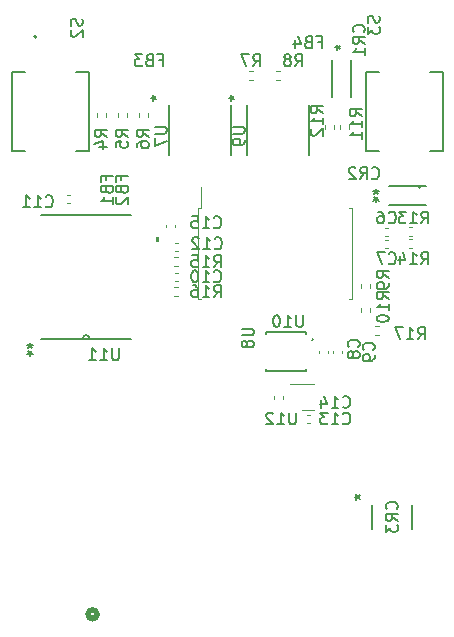
<source format=gbr>
%TF.GenerationSoftware,KiCad,Pcbnew,7.0.5*%
%TF.CreationDate,2023-06-16T17:12:54-04:00*%
%TF.ProjectId,ESP32Sensor-Sensor_board,45535033-3253-4656-9e73-6f722d53656e,rev?*%
%TF.SameCoordinates,Original*%
%TF.FileFunction,Legend,Bot*%
%TF.FilePolarity,Positive*%
%FSLAX46Y46*%
G04 Gerber Fmt 4.6, Leading zero omitted, Abs format (unit mm)*
G04 Created by KiCad (PCBNEW 7.0.5) date 2023-06-16 17:12:54*
%MOMM*%
%LPD*%
G01*
G04 APERTURE LIST*
%ADD10C,0.150000*%
%ADD11C,0.508000*%
%ADD12C,0.127000*%
%ADD13C,0.200000*%
%ADD14C,0.120000*%
%ADD15C,0.152400*%
G04 APERTURE END LIST*
D10*
%TO.C,FB1*%
X-10228990Y-19740666D02*
X-10228990Y-19407333D01*
X-9705180Y-19407333D02*
X-10705180Y-19407333D01*
X-10705180Y-19407333D02*
X-10705180Y-19883523D01*
X-10228990Y-20597809D02*
X-10181371Y-20740666D01*
X-10181371Y-20740666D02*
X-10133752Y-20788285D01*
X-10133752Y-20788285D02*
X-10038514Y-20835904D01*
X-10038514Y-20835904D02*
X-9895657Y-20835904D01*
X-9895657Y-20835904D02*
X-9800419Y-20788285D01*
X-9800419Y-20788285D02*
X-9752800Y-20740666D01*
X-9752800Y-20740666D02*
X-9705180Y-20645428D01*
X-9705180Y-20645428D02*
X-9705180Y-20264476D01*
X-9705180Y-20264476D02*
X-10705180Y-20264476D01*
X-10705180Y-20264476D02*
X-10705180Y-20597809D01*
X-10705180Y-20597809D02*
X-10657561Y-20693047D01*
X-10657561Y-20693047D02*
X-10609942Y-20740666D01*
X-10609942Y-20740666D02*
X-10514704Y-20788285D01*
X-10514704Y-20788285D02*
X-10419466Y-20788285D01*
X-10419466Y-20788285D02*
X-10324228Y-20740666D01*
X-10324228Y-20740666D02*
X-10276609Y-20693047D01*
X-10276609Y-20693047D02*
X-10228990Y-20597809D01*
X-10228990Y-20597809D02*
X-10228990Y-20264476D01*
X-9705180Y-21788285D02*
X-9705180Y-21216857D01*
X-9705180Y-21502571D02*
X-10705180Y-21502571D01*
X-10705180Y-21502571D02*
X-10562323Y-21407333D01*
X-10562323Y-21407333D02*
X-10467085Y-21312095D01*
X-10467085Y-21312095D02*
X-10419466Y-21216857D01*
%TO.C,S3*%
X12853200Y-5842095D02*
X12900819Y-5984952D01*
X12900819Y-5984952D02*
X12900819Y-6223047D01*
X12900819Y-6223047D02*
X12853200Y-6318285D01*
X12853200Y-6318285D02*
X12805580Y-6365904D01*
X12805580Y-6365904D02*
X12710342Y-6413523D01*
X12710342Y-6413523D02*
X12615104Y-6413523D01*
X12615104Y-6413523D02*
X12519866Y-6365904D01*
X12519866Y-6365904D02*
X12472247Y-6318285D01*
X12472247Y-6318285D02*
X12424628Y-6223047D01*
X12424628Y-6223047D02*
X12377009Y-6032571D01*
X12377009Y-6032571D02*
X12329390Y-5937333D01*
X12329390Y-5937333D02*
X12281771Y-5889714D01*
X12281771Y-5889714D02*
X12186533Y-5842095D01*
X12186533Y-5842095D02*
X12091295Y-5842095D01*
X12091295Y-5842095D02*
X11996057Y-5889714D01*
X11996057Y-5889714D02*
X11948438Y-5937333D01*
X11948438Y-5937333D02*
X11900819Y-6032571D01*
X11900819Y-6032571D02*
X11900819Y-6270666D01*
X11900819Y-6270666D02*
X11948438Y-6413523D01*
X11900819Y-6746857D02*
X11900819Y-7365904D01*
X11900819Y-7365904D02*
X12281771Y-7032571D01*
X12281771Y-7032571D02*
X12281771Y-7175428D01*
X12281771Y-7175428D02*
X12329390Y-7270666D01*
X12329390Y-7270666D02*
X12377009Y-7318285D01*
X12377009Y-7318285D02*
X12472247Y-7365904D01*
X12472247Y-7365904D02*
X12710342Y-7365904D01*
X12710342Y-7365904D02*
X12805580Y-7318285D01*
X12805580Y-7318285D02*
X12853200Y-7270666D01*
X12853200Y-7270666D02*
X12900819Y-7175428D01*
X12900819Y-7175428D02*
X12900819Y-6889714D01*
X12900819Y-6889714D02*
X12853200Y-6794476D01*
X12853200Y-6794476D02*
X12805580Y-6746857D01*
%TO.C,R10*%
X13662819Y-29837142D02*
X13186628Y-29503809D01*
X13662819Y-29265714D02*
X12662819Y-29265714D01*
X12662819Y-29265714D02*
X12662819Y-29646666D01*
X12662819Y-29646666D02*
X12710438Y-29741904D01*
X12710438Y-29741904D02*
X12758057Y-29789523D01*
X12758057Y-29789523D02*
X12853295Y-29837142D01*
X12853295Y-29837142D02*
X12996152Y-29837142D01*
X12996152Y-29837142D02*
X13091390Y-29789523D01*
X13091390Y-29789523D02*
X13139009Y-29741904D01*
X13139009Y-29741904D02*
X13186628Y-29646666D01*
X13186628Y-29646666D02*
X13186628Y-29265714D01*
X13662819Y-30789523D02*
X13662819Y-30218095D01*
X13662819Y-30503809D02*
X12662819Y-30503809D01*
X12662819Y-30503809D02*
X12805676Y-30408571D01*
X12805676Y-30408571D02*
X12900914Y-30313333D01*
X12900914Y-30313333D02*
X12948533Y-30218095D01*
X12662819Y-31408571D02*
X12662819Y-31503809D01*
X12662819Y-31503809D02*
X12710438Y-31599047D01*
X12710438Y-31599047D02*
X12758057Y-31646666D01*
X12758057Y-31646666D02*
X12853295Y-31694285D01*
X12853295Y-31694285D02*
X13043771Y-31741904D01*
X13043771Y-31741904D02*
X13281866Y-31741904D01*
X13281866Y-31741904D02*
X13472342Y-31694285D01*
X13472342Y-31694285D02*
X13567580Y-31646666D01*
X13567580Y-31646666D02*
X13615200Y-31599047D01*
X13615200Y-31599047D02*
X13662819Y-31503809D01*
X13662819Y-31503809D02*
X13662819Y-31408571D01*
X13662819Y-31408571D02*
X13615200Y-31313333D01*
X13615200Y-31313333D02*
X13567580Y-31265714D01*
X13567580Y-31265714D02*
X13472342Y-31218095D01*
X13472342Y-31218095D02*
X13281866Y-31170476D01*
X13281866Y-31170476D02*
X13043771Y-31170476D01*
X13043771Y-31170476D02*
X12853295Y-31218095D01*
X12853295Y-31218095D02*
X12758057Y-31265714D01*
X12758057Y-31265714D02*
X12710438Y-31313333D01*
X12710438Y-31313333D02*
X12662819Y-31408571D01*
%TO.C,R8*%
X5754666Y-10106819D02*
X6087999Y-9630628D01*
X6326094Y-10106819D02*
X6326094Y-9106819D01*
X6326094Y-9106819D02*
X5945142Y-9106819D01*
X5945142Y-9106819D02*
X5849904Y-9154438D01*
X5849904Y-9154438D02*
X5802285Y-9202057D01*
X5802285Y-9202057D02*
X5754666Y-9297295D01*
X5754666Y-9297295D02*
X5754666Y-9440152D01*
X5754666Y-9440152D02*
X5802285Y-9535390D01*
X5802285Y-9535390D02*
X5849904Y-9583009D01*
X5849904Y-9583009D02*
X5945142Y-9630628D01*
X5945142Y-9630628D02*
X6326094Y-9630628D01*
X5183237Y-9535390D02*
X5278475Y-9487771D01*
X5278475Y-9487771D02*
X5326094Y-9440152D01*
X5326094Y-9440152D02*
X5373713Y-9344914D01*
X5373713Y-9344914D02*
X5373713Y-9297295D01*
X5373713Y-9297295D02*
X5326094Y-9202057D01*
X5326094Y-9202057D02*
X5278475Y-9154438D01*
X5278475Y-9154438D02*
X5183237Y-9106819D01*
X5183237Y-9106819D02*
X4992761Y-9106819D01*
X4992761Y-9106819D02*
X4897523Y-9154438D01*
X4897523Y-9154438D02*
X4849904Y-9202057D01*
X4849904Y-9202057D02*
X4802285Y-9297295D01*
X4802285Y-9297295D02*
X4802285Y-9344914D01*
X4802285Y-9344914D02*
X4849904Y-9440152D01*
X4849904Y-9440152D02*
X4897523Y-9487771D01*
X4897523Y-9487771D02*
X4992761Y-9535390D01*
X4992761Y-9535390D02*
X5183237Y-9535390D01*
X5183237Y-9535390D02*
X5278475Y-9583009D01*
X5278475Y-9583009D02*
X5326094Y-9630628D01*
X5326094Y-9630628D02*
X5373713Y-9725866D01*
X5373713Y-9725866D02*
X5373713Y-9916342D01*
X5373713Y-9916342D02*
X5326094Y-10011580D01*
X5326094Y-10011580D02*
X5278475Y-10059200D01*
X5278475Y-10059200D02*
X5183237Y-10106819D01*
X5183237Y-10106819D02*
X4992761Y-10106819D01*
X4992761Y-10106819D02*
X4897523Y-10059200D01*
X4897523Y-10059200D02*
X4849904Y-10011580D01*
X4849904Y-10011580D02*
X4802285Y-9916342D01*
X4802285Y-9916342D02*
X4802285Y-9725866D01*
X4802285Y-9725866D02*
X4849904Y-9630628D01*
X4849904Y-9630628D02*
X4897523Y-9583009D01*
X4897523Y-9583009D02*
X4992761Y-9535390D01*
%TO.C,FB3*%
X-5770666Y-9583009D02*
X-5437333Y-9583009D01*
X-5437333Y-10106819D02*
X-5437333Y-9106819D01*
X-5437333Y-9106819D02*
X-5913523Y-9106819D01*
X-6627809Y-9583009D02*
X-6770666Y-9630628D01*
X-6770666Y-9630628D02*
X-6818285Y-9678247D01*
X-6818285Y-9678247D02*
X-6865904Y-9773485D01*
X-6865904Y-9773485D02*
X-6865904Y-9916342D01*
X-6865904Y-9916342D02*
X-6818285Y-10011580D01*
X-6818285Y-10011580D02*
X-6770666Y-10059200D01*
X-6770666Y-10059200D02*
X-6675428Y-10106819D01*
X-6675428Y-10106819D02*
X-6294476Y-10106819D01*
X-6294476Y-10106819D02*
X-6294476Y-9106819D01*
X-6294476Y-9106819D02*
X-6627809Y-9106819D01*
X-6627809Y-9106819D02*
X-6723047Y-9154438D01*
X-6723047Y-9154438D02*
X-6770666Y-9202057D01*
X-6770666Y-9202057D02*
X-6818285Y-9297295D01*
X-6818285Y-9297295D02*
X-6818285Y-9392533D01*
X-6818285Y-9392533D02*
X-6770666Y-9487771D01*
X-6770666Y-9487771D02*
X-6723047Y-9535390D01*
X-6723047Y-9535390D02*
X-6627809Y-9583009D01*
X-6627809Y-9583009D02*
X-6294476Y-9583009D01*
X-7199238Y-9106819D02*
X-7818285Y-9106819D01*
X-7818285Y-9106819D02*
X-7484952Y-9487771D01*
X-7484952Y-9487771D02*
X-7627809Y-9487771D01*
X-7627809Y-9487771D02*
X-7723047Y-9535390D01*
X-7723047Y-9535390D02*
X-7770666Y-9583009D01*
X-7770666Y-9583009D02*
X-7818285Y-9678247D01*
X-7818285Y-9678247D02*
X-7818285Y-9916342D01*
X-7818285Y-9916342D02*
X-7770666Y-10011580D01*
X-7770666Y-10011580D02*
X-7723047Y-10059200D01*
X-7723047Y-10059200D02*
X-7627809Y-10106819D01*
X-7627809Y-10106819D02*
X-7342095Y-10106819D01*
X-7342095Y-10106819D02*
X-7246857Y-10059200D01*
X-7246857Y-10059200D02*
X-7199238Y-10011580D01*
%TO.C,C8*%
X11103780Y-33869333D02*
X11151400Y-33821714D01*
X11151400Y-33821714D02*
X11199019Y-33678857D01*
X11199019Y-33678857D02*
X11199019Y-33583619D01*
X11199019Y-33583619D02*
X11151400Y-33440762D01*
X11151400Y-33440762D02*
X11056161Y-33345524D01*
X11056161Y-33345524D02*
X10960923Y-33297905D01*
X10960923Y-33297905D02*
X10770447Y-33250286D01*
X10770447Y-33250286D02*
X10627590Y-33250286D01*
X10627590Y-33250286D02*
X10437114Y-33297905D01*
X10437114Y-33297905D02*
X10341876Y-33345524D01*
X10341876Y-33345524D02*
X10246638Y-33440762D01*
X10246638Y-33440762D02*
X10199019Y-33583619D01*
X10199019Y-33583619D02*
X10199019Y-33678857D01*
X10199019Y-33678857D02*
X10246638Y-33821714D01*
X10246638Y-33821714D02*
X10294257Y-33869333D01*
X10627590Y-34440762D02*
X10579971Y-34345524D01*
X10579971Y-34345524D02*
X10532352Y-34297905D01*
X10532352Y-34297905D02*
X10437114Y-34250286D01*
X10437114Y-34250286D02*
X10389495Y-34250286D01*
X10389495Y-34250286D02*
X10294257Y-34297905D01*
X10294257Y-34297905D02*
X10246638Y-34345524D01*
X10246638Y-34345524D02*
X10199019Y-34440762D01*
X10199019Y-34440762D02*
X10199019Y-34631238D01*
X10199019Y-34631238D02*
X10246638Y-34726476D01*
X10246638Y-34726476D02*
X10294257Y-34774095D01*
X10294257Y-34774095D02*
X10389495Y-34821714D01*
X10389495Y-34821714D02*
X10437114Y-34821714D01*
X10437114Y-34821714D02*
X10532352Y-34774095D01*
X10532352Y-34774095D02*
X10579971Y-34726476D01*
X10579971Y-34726476D02*
X10627590Y-34631238D01*
X10627590Y-34631238D02*
X10627590Y-34440762D01*
X10627590Y-34440762D02*
X10675209Y-34345524D01*
X10675209Y-34345524D02*
X10722828Y-34297905D01*
X10722828Y-34297905D02*
X10818066Y-34250286D01*
X10818066Y-34250286D02*
X11008542Y-34250286D01*
X11008542Y-34250286D02*
X11103780Y-34297905D01*
X11103780Y-34297905D02*
X11151400Y-34345524D01*
X11151400Y-34345524D02*
X11199019Y-34440762D01*
X11199019Y-34440762D02*
X11199019Y-34631238D01*
X11199019Y-34631238D02*
X11151400Y-34726476D01*
X11151400Y-34726476D02*
X11103780Y-34774095D01*
X11103780Y-34774095D02*
X11008542Y-34821714D01*
X11008542Y-34821714D02*
X10818066Y-34821714D01*
X10818066Y-34821714D02*
X10722828Y-34774095D01*
X10722828Y-34774095D02*
X10675209Y-34726476D01*
X10675209Y-34726476D02*
X10627590Y-34631238D01*
%TO.C,CR1*%
X11535580Y-7207333D02*
X11583200Y-7159714D01*
X11583200Y-7159714D02*
X11630819Y-7016857D01*
X11630819Y-7016857D02*
X11630819Y-6921619D01*
X11630819Y-6921619D02*
X11583200Y-6778762D01*
X11583200Y-6778762D02*
X11487961Y-6683524D01*
X11487961Y-6683524D02*
X11392723Y-6635905D01*
X11392723Y-6635905D02*
X11202247Y-6588286D01*
X11202247Y-6588286D02*
X11059390Y-6588286D01*
X11059390Y-6588286D02*
X10868914Y-6635905D01*
X10868914Y-6635905D02*
X10773676Y-6683524D01*
X10773676Y-6683524D02*
X10678438Y-6778762D01*
X10678438Y-6778762D02*
X10630819Y-6921619D01*
X10630819Y-6921619D02*
X10630819Y-7016857D01*
X10630819Y-7016857D02*
X10678438Y-7159714D01*
X10678438Y-7159714D02*
X10726057Y-7207333D01*
X11630819Y-8207333D02*
X11154628Y-7874000D01*
X11630819Y-7635905D02*
X10630819Y-7635905D01*
X10630819Y-7635905D02*
X10630819Y-8016857D01*
X10630819Y-8016857D02*
X10678438Y-8112095D01*
X10678438Y-8112095D02*
X10726057Y-8159714D01*
X10726057Y-8159714D02*
X10821295Y-8207333D01*
X10821295Y-8207333D02*
X10964152Y-8207333D01*
X10964152Y-8207333D02*
X11059390Y-8159714D01*
X11059390Y-8159714D02*
X11107009Y-8112095D01*
X11107009Y-8112095D02*
X11154628Y-8016857D01*
X11154628Y-8016857D02*
X11154628Y-7635905D01*
X11630819Y-9159714D02*
X11630819Y-8588286D01*
X11630819Y-8874000D02*
X10630819Y-8874000D01*
X10630819Y-8874000D02*
X10773676Y-8778762D01*
X10773676Y-8778762D02*
X10868914Y-8683524D01*
X10868914Y-8683524D02*
X10916533Y-8588286D01*
X9106819Y-8514400D02*
X9344914Y-8514400D01*
X9249676Y-8276305D02*
X9344914Y-8514400D01*
X9344914Y-8514400D02*
X9249676Y-8752495D01*
X9535390Y-8371543D02*
X9344914Y-8514400D01*
X9344914Y-8514400D02*
X9535390Y-8657257D01*
X9106819Y-8514400D02*
X9344914Y-8514400D01*
X9249676Y-8276305D02*
X9344914Y-8514400D01*
X9344914Y-8514400D02*
X9249676Y-8752495D01*
X9535390Y-8371543D02*
X9344914Y-8514400D01*
X9344914Y-8514400D02*
X9535390Y-8657257D01*
%TO.C,S2*%
X-12292800Y-6096095D02*
X-12245180Y-6238952D01*
X-12245180Y-6238952D02*
X-12245180Y-6477047D01*
X-12245180Y-6477047D02*
X-12292800Y-6572285D01*
X-12292800Y-6572285D02*
X-12340419Y-6619904D01*
X-12340419Y-6619904D02*
X-12435657Y-6667523D01*
X-12435657Y-6667523D02*
X-12530895Y-6667523D01*
X-12530895Y-6667523D02*
X-12626133Y-6619904D01*
X-12626133Y-6619904D02*
X-12673752Y-6572285D01*
X-12673752Y-6572285D02*
X-12721371Y-6477047D01*
X-12721371Y-6477047D02*
X-12768990Y-6286571D01*
X-12768990Y-6286571D02*
X-12816609Y-6191333D01*
X-12816609Y-6191333D02*
X-12864228Y-6143714D01*
X-12864228Y-6143714D02*
X-12959466Y-6096095D01*
X-12959466Y-6096095D02*
X-13054704Y-6096095D01*
X-13054704Y-6096095D02*
X-13149942Y-6143714D01*
X-13149942Y-6143714D02*
X-13197561Y-6191333D01*
X-13197561Y-6191333D02*
X-13245180Y-6286571D01*
X-13245180Y-6286571D02*
X-13245180Y-6524666D01*
X-13245180Y-6524666D02*
X-13197561Y-6667523D01*
X-13149942Y-7048476D02*
X-13197561Y-7096095D01*
X-13197561Y-7096095D02*
X-13245180Y-7191333D01*
X-13245180Y-7191333D02*
X-13245180Y-7429428D01*
X-13245180Y-7429428D02*
X-13197561Y-7524666D01*
X-13197561Y-7524666D02*
X-13149942Y-7572285D01*
X-13149942Y-7572285D02*
X-13054704Y-7619904D01*
X-13054704Y-7619904D02*
X-12959466Y-7619904D01*
X-12959466Y-7619904D02*
X-12816609Y-7572285D01*
X-12816609Y-7572285D02*
X-12245180Y-7000857D01*
X-12245180Y-7000857D02*
X-12245180Y-7619904D01*
%TO.C,U7*%
X-6133180Y-15240095D02*
X-5323657Y-15240095D01*
X-5323657Y-15240095D02*
X-5228419Y-15287714D01*
X-5228419Y-15287714D02*
X-5180800Y-15335333D01*
X-5180800Y-15335333D02*
X-5133180Y-15430571D01*
X-5133180Y-15430571D02*
X-5133180Y-15621047D01*
X-5133180Y-15621047D02*
X-5180800Y-15716285D01*
X-5180800Y-15716285D02*
X-5228419Y-15763904D01*
X-5228419Y-15763904D02*
X-5323657Y-15811523D01*
X-5323657Y-15811523D02*
X-6133180Y-15811523D01*
X-6133180Y-16192476D02*
X-6133180Y-16859142D01*
X-6133180Y-16859142D02*
X-5133180Y-16430571D01*
X-6437980Y-12776200D02*
X-6199885Y-12776200D01*
X-6295123Y-12538105D02*
X-6199885Y-12776200D01*
X-6199885Y-12776200D02*
X-6295123Y-13014295D01*
X-6009409Y-12633343D02*
X-6199885Y-12776200D01*
X-6199885Y-12776200D02*
X-6009409Y-12919057D01*
X-6437980Y-12776200D02*
X-6199885Y-12776200D01*
X-6295123Y-12538105D02*
X-6199885Y-12776200D01*
X-6199885Y-12776200D02*
X-6295123Y-13014295D01*
X-6009409Y-12633343D02*
X-6199885Y-12776200D01*
X-6199885Y-12776200D02*
X-6009409Y-12919057D01*
%TO.C,R11*%
X11376819Y-14343142D02*
X10900628Y-14009809D01*
X11376819Y-13771714D02*
X10376819Y-13771714D01*
X10376819Y-13771714D02*
X10376819Y-14152666D01*
X10376819Y-14152666D02*
X10424438Y-14247904D01*
X10424438Y-14247904D02*
X10472057Y-14295523D01*
X10472057Y-14295523D02*
X10567295Y-14343142D01*
X10567295Y-14343142D02*
X10710152Y-14343142D01*
X10710152Y-14343142D02*
X10805390Y-14295523D01*
X10805390Y-14295523D02*
X10853009Y-14247904D01*
X10853009Y-14247904D02*
X10900628Y-14152666D01*
X10900628Y-14152666D02*
X10900628Y-13771714D01*
X11376819Y-15295523D02*
X11376819Y-14724095D01*
X11376819Y-15009809D02*
X10376819Y-15009809D01*
X10376819Y-15009809D02*
X10519676Y-14914571D01*
X10519676Y-14914571D02*
X10614914Y-14819333D01*
X10614914Y-14819333D02*
X10662533Y-14724095D01*
X11376819Y-16247904D02*
X11376819Y-15676476D01*
X11376819Y-15962190D02*
X10376819Y-15962190D01*
X10376819Y-15962190D02*
X10519676Y-15866952D01*
X10519676Y-15866952D02*
X10614914Y-15771714D01*
X10614914Y-15771714D02*
X10662533Y-15676476D01*
%TO.C,U10*%
X6413694Y-31178820D02*
X6413694Y-31988343D01*
X6413694Y-31988343D02*
X6366075Y-32083581D01*
X6366075Y-32083581D02*
X6318456Y-32131201D01*
X6318456Y-32131201D02*
X6223218Y-32178820D01*
X6223218Y-32178820D02*
X6032742Y-32178820D01*
X6032742Y-32178820D02*
X5937504Y-32131201D01*
X5937504Y-32131201D02*
X5889885Y-32083581D01*
X5889885Y-32083581D02*
X5842266Y-31988343D01*
X5842266Y-31988343D02*
X5842266Y-31178820D01*
X4842266Y-32178820D02*
X5413694Y-32178820D01*
X5127980Y-32178820D02*
X5127980Y-31178820D01*
X5127980Y-31178820D02*
X5223218Y-31321677D01*
X5223218Y-31321677D02*
X5318456Y-31416915D01*
X5318456Y-31416915D02*
X5413694Y-31464534D01*
X4223218Y-31178820D02*
X4127980Y-31178820D01*
X4127980Y-31178820D02*
X4032742Y-31226439D01*
X4032742Y-31226439D02*
X3985123Y-31274058D01*
X3985123Y-31274058D02*
X3937504Y-31369296D01*
X3937504Y-31369296D02*
X3889885Y-31559772D01*
X3889885Y-31559772D02*
X3889885Y-31797867D01*
X3889885Y-31797867D02*
X3937504Y-31988343D01*
X3937504Y-31988343D02*
X3985123Y-32083581D01*
X3985123Y-32083581D02*
X4032742Y-32131201D01*
X4032742Y-32131201D02*
X4127980Y-32178820D01*
X4127980Y-32178820D02*
X4223218Y-32178820D01*
X4223218Y-32178820D02*
X4318456Y-32131201D01*
X4318456Y-32131201D02*
X4366075Y-32083581D01*
X4366075Y-32083581D02*
X4413694Y-31988343D01*
X4413694Y-31988343D02*
X4461313Y-31797867D01*
X4461313Y-31797867D02*
X4461313Y-31559772D01*
X4461313Y-31559772D02*
X4413694Y-31369296D01*
X4413694Y-31369296D02*
X4366075Y-31274058D01*
X4366075Y-31274058D02*
X4318456Y-31226439D01*
X4318456Y-31226439D02*
X4223218Y-31178820D01*
%TO.C,R12*%
X8074819Y-14089142D02*
X7598628Y-13755809D01*
X8074819Y-13517714D02*
X7074819Y-13517714D01*
X7074819Y-13517714D02*
X7074819Y-13898666D01*
X7074819Y-13898666D02*
X7122438Y-13993904D01*
X7122438Y-13993904D02*
X7170057Y-14041523D01*
X7170057Y-14041523D02*
X7265295Y-14089142D01*
X7265295Y-14089142D02*
X7408152Y-14089142D01*
X7408152Y-14089142D02*
X7503390Y-14041523D01*
X7503390Y-14041523D02*
X7551009Y-13993904D01*
X7551009Y-13993904D02*
X7598628Y-13898666D01*
X7598628Y-13898666D02*
X7598628Y-13517714D01*
X8074819Y-15041523D02*
X8074819Y-14470095D01*
X8074819Y-14755809D02*
X7074819Y-14755809D01*
X7074819Y-14755809D02*
X7217676Y-14660571D01*
X7217676Y-14660571D02*
X7312914Y-14565333D01*
X7312914Y-14565333D02*
X7360533Y-14470095D01*
X7170057Y-15422476D02*
X7122438Y-15470095D01*
X7122438Y-15470095D02*
X7074819Y-15565333D01*
X7074819Y-15565333D02*
X7074819Y-15803428D01*
X7074819Y-15803428D02*
X7122438Y-15898666D01*
X7122438Y-15898666D02*
X7170057Y-15946285D01*
X7170057Y-15946285D02*
X7265295Y-15993904D01*
X7265295Y-15993904D02*
X7360533Y-15993904D01*
X7360533Y-15993904D02*
X7503390Y-15946285D01*
X7503390Y-15946285D02*
X8074819Y-15374857D01*
X8074819Y-15374857D02*
X8074819Y-15993904D01*
%TO.C,R13*%
X16418857Y-23414819D02*
X16752190Y-22938628D01*
X16990285Y-23414819D02*
X16990285Y-22414819D01*
X16990285Y-22414819D02*
X16609333Y-22414819D01*
X16609333Y-22414819D02*
X16514095Y-22462438D01*
X16514095Y-22462438D02*
X16466476Y-22510057D01*
X16466476Y-22510057D02*
X16418857Y-22605295D01*
X16418857Y-22605295D02*
X16418857Y-22748152D01*
X16418857Y-22748152D02*
X16466476Y-22843390D01*
X16466476Y-22843390D02*
X16514095Y-22891009D01*
X16514095Y-22891009D02*
X16609333Y-22938628D01*
X16609333Y-22938628D02*
X16990285Y-22938628D01*
X15466476Y-23414819D02*
X16037904Y-23414819D01*
X15752190Y-23414819D02*
X15752190Y-22414819D01*
X15752190Y-22414819D02*
X15847428Y-22557676D01*
X15847428Y-22557676D02*
X15942666Y-22652914D01*
X15942666Y-22652914D02*
X16037904Y-22700533D01*
X15133142Y-22414819D02*
X14514095Y-22414819D01*
X14514095Y-22414819D02*
X14847428Y-22795771D01*
X14847428Y-22795771D02*
X14704571Y-22795771D01*
X14704571Y-22795771D02*
X14609333Y-22843390D01*
X14609333Y-22843390D02*
X14561714Y-22891009D01*
X14561714Y-22891009D02*
X14514095Y-22986247D01*
X14514095Y-22986247D02*
X14514095Y-23224342D01*
X14514095Y-23224342D02*
X14561714Y-23319580D01*
X14561714Y-23319580D02*
X14609333Y-23367200D01*
X14609333Y-23367200D02*
X14704571Y-23414819D01*
X14704571Y-23414819D02*
X14990285Y-23414819D01*
X14990285Y-23414819D02*
X15085523Y-23367200D01*
X15085523Y-23367200D02*
X15133142Y-23319580D01*
%TO.C,U9*%
X470819Y-15240095D02*
X1280342Y-15240095D01*
X1280342Y-15240095D02*
X1375580Y-15287714D01*
X1375580Y-15287714D02*
X1423200Y-15335333D01*
X1423200Y-15335333D02*
X1470819Y-15430571D01*
X1470819Y-15430571D02*
X1470819Y-15621047D01*
X1470819Y-15621047D02*
X1423200Y-15716285D01*
X1423200Y-15716285D02*
X1375580Y-15763904D01*
X1375580Y-15763904D02*
X1280342Y-15811523D01*
X1280342Y-15811523D02*
X470819Y-15811523D01*
X1470819Y-16335333D02*
X1470819Y-16525809D01*
X1470819Y-16525809D02*
X1423200Y-16621047D01*
X1423200Y-16621047D02*
X1375580Y-16668666D01*
X1375580Y-16668666D02*
X1232723Y-16763904D01*
X1232723Y-16763904D02*
X1042247Y-16811523D01*
X1042247Y-16811523D02*
X661295Y-16811523D01*
X661295Y-16811523D02*
X566057Y-16763904D01*
X566057Y-16763904D02*
X518438Y-16716285D01*
X518438Y-16716285D02*
X470819Y-16621047D01*
X470819Y-16621047D02*
X470819Y-16430571D01*
X470819Y-16430571D02*
X518438Y-16335333D01*
X518438Y-16335333D02*
X566057Y-16287714D01*
X566057Y-16287714D02*
X661295Y-16240095D01*
X661295Y-16240095D02*
X899390Y-16240095D01*
X899390Y-16240095D02*
X994628Y-16287714D01*
X994628Y-16287714D02*
X1042247Y-16335333D01*
X1042247Y-16335333D02*
X1089866Y-16430571D01*
X1089866Y-16430571D02*
X1089866Y-16621047D01*
X1089866Y-16621047D02*
X1042247Y-16716285D01*
X1042247Y-16716285D02*
X994628Y-16763904D01*
X994628Y-16763904D02*
X899390Y-16811523D01*
X166019Y-12776200D02*
X404114Y-12776200D01*
X308876Y-12538105D02*
X404114Y-12776200D01*
X404114Y-12776200D02*
X308876Y-13014295D01*
X594590Y-12633343D02*
X404114Y-12776200D01*
X404114Y-12776200D02*
X594590Y-12919057D01*
X166019Y-12776200D02*
X404114Y-12776200D01*
X308876Y-12538105D02*
X404114Y-12776200D01*
X404114Y-12776200D02*
X308876Y-13014295D01*
X594590Y-12633343D02*
X404114Y-12776200D01*
X404114Y-12776200D02*
X594590Y-12919057D01*
%TO.C,R14*%
X16418857Y-26870819D02*
X16752190Y-26394628D01*
X16990285Y-26870819D02*
X16990285Y-25870819D01*
X16990285Y-25870819D02*
X16609333Y-25870819D01*
X16609333Y-25870819D02*
X16514095Y-25918438D01*
X16514095Y-25918438D02*
X16466476Y-25966057D01*
X16466476Y-25966057D02*
X16418857Y-26061295D01*
X16418857Y-26061295D02*
X16418857Y-26204152D01*
X16418857Y-26204152D02*
X16466476Y-26299390D01*
X16466476Y-26299390D02*
X16514095Y-26347009D01*
X16514095Y-26347009D02*
X16609333Y-26394628D01*
X16609333Y-26394628D02*
X16990285Y-26394628D01*
X15466476Y-26870819D02*
X16037904Y-26870819D01*
X15752190Y-26870819D02*
X15752190Y-25870819D01*
X15752190Y-25870819D02*
X15847428Y-26013676D01*
X15847428Y-26013676D02*
X15942666Y-26108914D01*
X15942666Y-26108914D02*
X16037904Y-26156533D01*
X14609333Y-26204152D02*
X14609333Y-26870819D01*
X14847428Y-25823200D02*
X15085523Y-26537485D01*
X15085523Y-26537485D02*
X14466476Y-26537485D01*
%TO.C,U12*%
X5810094Y-39440819D02*
X5810094Y-40250342D01*
X5810094Y-40250342D02*
X5762475Y-40345580D01*
X5762475Y-40345580D02*
X5714856Y-40393200D01*
X5714856Y-40393200D02*
X5619618Y-40440819D01*
X5619618Y-40440819D02*
X5429142Y-40440819D01*
X5429142Y-40440819D02*
X5333904Y-40393200D01*
X5333904Y-40393200D02*
X5286285Y-40345580D01*
X5286285Y-40345580D02*
X5238666Y-40250342D01*
X5238666Y-40250342D02*
X5238666Y-39440819D01*
X4238666Y-40440819D02*
X4810094Y-40440819D01*
X4524380Y-40440819D02*
X4524380Y-39440819D01*
X4524380Y-39440819D02*
X4619618Y-39583676D01*
X4619618Y-39583676D02*
X4714856Y-39678914D01*
X4714856Y-39678914D02*
X4810094Y-39726533D01*
X3857713Y-39536057D02*
X3810094Y-39488438D01*
X3810094Y-39488438D02*
X3714856Y-39440819D01*
X3714856Y-39440819D02*
X3476761Y-39440819D01*
X3476761Y-39440819D02*
X3381523Y-39488438D01*
X3381523Y-39488438D02*
X3333904Y-39536057D01*
X3333904Y-39536057D02*
X3286285Y-39631295D01*
X3286285Y-39631295D02*
X3286285Y-39726533D01*
X3286285Y-39726533D02*
X3333904Y-39869390D01*
X3333904Y-39869390D02*
X3905332Y-40440819D01*
X3905332Y-40440819D02*
X3286285Y-40440819D01*
%TO.C,R15*%
X-1133142Y-27124819D02*
X-799809Y-26648628D01*
X-561714Y-27124819D02*
X-561714Y-26124819D01*
X-561714Y-26124819D02*
X-942666Y-26124819D01*
X-942666Y-26124819D02*
X-1037904Y-26172438D01*
X-1037904Y-26172438D02*
X-1085523Y-26220057D01*
X-1085523Y-26220057D02*
X-1133142Y-26315295D01*
X-1133142Y-26315295D02*
X-1133142Y-26458152D01*
X-1133142Y-26458152D02*
X-1085523Y-26553390D01*
X-1085523Y-26553390D02*
X-1037904Y-26601009D01*
X-1037904Y-26601009D02*
X-942666Y-26648628D01*
X-942666Y-26648628D02*
X-561714Y-26648628D01*
X-2085523Y-27124819D02*
X-1514095Y-27124819D01*
X-1799809Y-27124819D02*
X-1799809Y-26124819D01*
X-1799809Y-26124819D02*
X-1704571Y-26267676D01*
X-1704571Y-26267676D02*
X-1609333Y-26362914D01*
X-1609333Y-26362914D02*
X-1514095Y-26410533D01*
X-2990285Y-26124819D02*
X-2514095Y-26124819D01*
X-2514095Y-26124819D02*
X-2466476Y-26601009D01*
X-2466476Y-26601009D02*
X-2514095Y-26553390D01*
X-2514095Y-26553390D02*
X-2609333Y-26505771D01*
X-2609333Y-26505771D02*
X-2847428Y-26505771D01*
X-2847428Y-26505771D02*
X-2942666Y-26553390D01*
X-2942666Y-26553390D02*
X-2990285Y-26601009D01*
X-2990285Y-26601009D02*
X-3037904Y-26696247D01*
X-3037904Y-26696247D02*
X-3037904Y-26934342D01*
X-3037904Y-26934342D02*
X-2990285Y-27029580D01*
X-2990285Y-27029580D02*
X-2942666Y-27077200D01*
X-2942666Y-27077200D02*
X-2847428Y-27124819D01*
X-2847428Y-27124819D02*
X-2609333Y-27124819D01*
X-2609333Y-27124819D02*
X-2514095Y-27077200D01*
X-2514095Y-27077200D02*
X-2466476Y-27029580D01*
%TO.C,CR3*%
X14329580Y-47593333D02*
X14377200Y-47545714D01*
X14377200Y-47545714D02*
X14424819Y-47402857D01*
X14424819Y-47402857D02*
X14424819Y-47307619D01*
X14424819Y-47307619D02*
X14377200Y-47164762D01*
X14377200Y-47164762D02*
X14281961Y-47069524D01*
X14281961Y-47069524D02*
X14186723Y-47021905D01*
X14186723Y-47021905D02*
X13996247Y-46974286D01*
X13996247Y-46974286D02*
X13853390Y-46974286D01*
X13853390Y-46974286D02*
X13662914Y-47021905D01*
X13662914Y-47021905D02*
X13567676Y-47069524D01*
X13567676Y-47069524D02*
X13472438Y-47164762D01*
X13472438Y-47164762D02*
X13424819Y-47307619D01*
X13424819Y-47307619D02*
X13424819Y-47402857D01*
X13424819Y-47402857D02*
X13472438Y-47545714D01*
X13472438Y-47545714D02*
X13520057Y-47593333D01*
X14424819Y-48593333D02*
X13948628Y-48260000D01*
X14424819Y-48021905D02*
X13424819Y-48021905D01*
X13424819Y-48021905D02*
X13424819Y-48402857D01*
X13424819Y-48402857D02*
X13472438Y-48498095D01*
X13472438Y-48498095D02*
X13520057Y-48545714D01*
X13520057Y-48545714D02*
X13615295Y-48593333D01*
X13615295Y-48593333D02*
X13758152Y-48593333D01*
X13758152Y-48593333D02*
X13853390Y-48545714D01*
X13853390Y-48545714D02*
X13901009Y-48498095D01*
X13901009Y-48498095D02*
X13948628Y-48402857D01*
X13948628Y-48402857D02*
X13948628Y-48021905D01*
X13424819Y-48926667D02*
X13424819Y-49545714D01*
X13424819Y-49545714D02*
X13805771Y-49212381D01*
X13805771Y-49212381D02*
X13805771Y-49355238D01*
X13805771Y-49355238D02*
X13853390Y-49450476D01*
X13853390Y-49450476D02*
X13901009Y-49498095D01*
X13901009Y-49498095D02*
X13996247Y-49545714D01*
X13996247Y-49545714D02*
X14234342Y-49545714D01*
X14234342Y-49545714D02*
X14329580Y-49498095D01*
X14329580Y-49498095D02*
X14377200Y-49450476D01*
X14377200Y-49450476D02*
X14424819Y-49355238D01*
X14424819Y-49355238D02*
X14424819Y-49069524D01*
X14424819Y-49069524D02*
X14377200Y-48974286D01*
X14377200Y-48974286D02*
X14329580Y-48926667D01*
X10783219Y-46583600D02*
X11021314Y-46583600D01*
X10926076Y-46345505D02*
X11021314Y-46583600D01*
X11021314Y-46583600D02*
X10926076Y-46821695D01*
X11211790Y-46440743D02*
X11021314Y-46583600D01*
X11021314Y-46583600D02*
X11211790Y-46726457D01*
X10783219Y-46583600D02*
X11021314Y-46583600D01*
X10926076Y-46345505D02*
X11021314Y-46583600D01*
X11021314Y-46583600D02*
X10926076Y-46821695D01*
X11211790Y-46440743D02*
X11021314Y-46583600D01*
X11021314Y-46583600D02*
X11211790Y-46726457D01*
%TO.C,R5*%
X-8435180Y-16085333D02*
X-8911371Y-15752000D01*
X-8435180Y-15513905D02*
X-9435180Y-15513905D01*
X-9435180Y-15513905D02*
X-9435180Y-15894857D01*
X-9435180Y-15894857D02*
X-9387561Y-15990095D01*
X-9387561Y-15990095D02*
X-9339942Y-16037714D01*
X-9339942Y-16037714D02*
X-9244704Y-16085333D01*
X-9244704Y-16085333D02*
X-9101847Y-16085333D01*
X-9101847Y-16085333D02*
X-9006609Y-16037714D01*
X-9006609Y-16037714D02*
X-8958990Y-15990095D01*
X-8958990Y-15990095D02*
X-8911371Y-15894857D01*
X-8911371Y-15894857D02*
X-8911371Y-15513905D01*
X-9435180Y-16990095D02*
X-9435180Y-16513905D01*
X-9435180Y-16513905D02*
X-8958990Y-16466286D01*
X-8958990Y-16466286D02*
X-9006609Y-16513905D01*
X-9006609Y-16513905D02*
X-9054228Y-16609143D01*
X-9054228Y-16609143D02*
X-9054228Y-16847238D01*
X-9054228Y-16847238D02*
X-9006609Y-16942476D01*
X-9006609Y-16942476D02*
X-8958990Y-16990095D01*
X-8958990Y-16990095D02*
X-8863752Y-17037714D01*
X-8863752Y-17037714D02*
X-8625657Y-17037714D01*
X-8625657Y-17037714D02*
X-8530419Y-16990095D01*
X-8530419Y-16990095D02*
X-8482800Y-16942476D01*
X-8482800Y-16942476D02*
X-8435180Y-16847238D01*
X-8435180Y-16847238D02*
X-8435180Y-16609143D01*
X-8435180Y-16609143D02*
X-8482800Y-16513905D01*
X-8482800Y-16513905D02*
X-8530419Y-16466286D01*
%TO.C,CR2*%
X12236666Y-19569580D02*
X12284285Y-19617200D01*
X12284285Y-19617200D02*
X12427142Y-19664819D01*
X12427142Y-19664819D02*
X12522380Y-19664819D01*
X12522380Y-19664819D02*
X12665237Y-19617200D01*
X12665237Y-19617200D02*
X12760475Y-19521961D01*
X12760475Y-19521961D02*
X12808094Y-19426723D01*
X12808094Y-19426723D02*
X12855713Y-19236247D01*
X12855713Y-19236247D02*
X12855713Y-19093390D01*
X12855713Y-19093390D02*
X12808094Y-18902914D01*
X12808094Y-18902914D02*
X12760475Y-18807676D01*
X12760475Y-18807676D02*
X12665237Y-18712438D01*
X12665237Y-18712438D02*
X12522380Y-18664819D01*
X12522380Y-18664819D02*
X12427142Y-18664819D01*
X12427142Y-18664819D02*
X12284285Y-18712438D01*
X12284285Y-18712438D02*
X12236666Y-18760057D01*
X11236666Y-19664819D02*
X11569999Y-19188628D01*
X11808094Y-19664819D02*
X11808094Y-18664819D01*
X11808094Y-18664819D02*
X11427142Y-18664819D01*
X11427142Y-18664819D02*
X11331904Y-18712438D01*
X11331904Y-18712438D02*
X11284285Y-18760057D01*
X11284285Y-18760057D02*
X11236666Y-18855295D01*
X11236666Y-18855295D02*
X11236666Y-18998152D01*
X11236666Y-18998152D02*
X11284285Y-19093390D01*
X11284285Y-19093390D02*
X11331904Y-19141009D01*
X11331904Y-19141009D02*
X11427142Y-19188628D01*
X11427142Y-19188628D02*
X11808094Y-19188628D01*
X10855713Y-18760057D02*
X10808094Y-18712438D01*
X10808094Y-18712438D02*
X10712856Y-18664819D01*
X10712856Y-18664819D02*
X10474761Y-18664819D01*
X10474761Y-18664819D02*
X10379523Y-18712438D01*
X10379523Y-18712438D02*
X10331904Y-18760057D01*
X10331904Y-18760057D02*
X10284285Y-18855295D01*
X10284285Y-18855295D02*
X10284285Y-18950533D01*
X10284285Y-18950533D02*
X10331904Y-19093390D01*
X10331904Y-19093390D02*
X10903332Y-19664819D01*
X10903332Y-19664819D02*
X10284285Y-19664819D01*
X12578399Y-20536819D02*
X12578399Y-20774914D01*
X12816494Y-20679676D02*
X12578399Y-20774914D01*
X12578399Y-20774914D02*
X12340304Y-20679676D01*
X12721256Y-20965390D02*
X12578399Y-20774914D01*
X12578399Y-20774914D02*
X12435542Y-20965390D01*
X12578400Y-21627180D02*
X12578400Y-21389085D01*
X12340305Y-21484323D02*
X12578400Y-21389085D01*
X12578400Y-21389085D02*
X12816495Y-21484323D01*
X12435543Y-21198609D02*
X12578400Y-21389085D01*
X12578400Y-21389085D02*
X12721257Y-21198609D01*
%TO.C,FB4*%
X7691333Y-8059009D02*
X8024666Y-8059009D01*
X8024666Y-8582819D02*
X8024666Y-7582819D01*
X8024666Y-7582819D02*
X7548476Y-7582819D01*
X6834190Y-8059009D02*
X6691333Y-8106628D01*
X6691333Y-8106628D02*
X6643714Y-8154247D01*
X6643714Y-8154247D02*
X6596095Y-8249485D01*
X6596095Y-8249485D02*
X6596095Y-8392342D01*
X6596095Y-8392342D02*
X6643714Y-8487580D01*
X6643714Y-8487580D02*
X6691333Y-8535200D01*
X6691333Y-8535200D02*
X6786571Y-8582819D01*
X6786571Y-8582819D02*
X7167523Y-8582819D01*
X7167523Y-8582819D02*
X7167523Y-7582819D01*
X7167523Y-7582819D02*
X6834190Y-7582819D01*
X6834190Y-7582819D02*
X6738952Y-7630438D01*
X6738952Y-7630438D02*
X6691333Y-7678057D01*
X6691333Y-7678057D02*
X6643714Y-7773295D01*
X6643714Y-7773295D02*
X6643714Y-7868533D01*
X6643714Y-7868533D02*
X6691333Y-7963771D01*
X6691333Y-7963771D02*
X6738952Y-8011390D01*
X6738952Y-8011390D02*
X6834190Y-8059009D01*
X6834190Y-8059009D02*
X7167523Y-8059009D01*
X5738952Y-7916152D02*
X5738952Y-8582819D01*
X5977047Y-7535200D02*
X6215142Y-8249485D01*
X6215142Y-8249485D02*
X5596095Y-8249485D01*
%TO.C,C14*%
X9786857Y-38943580D02*
X9834476Y-38991200D01*
X9834476Y-38991200D02*
X9977333Y-39038819D01*
X9977333Y-39038819D02*
X10072571Y-39038819D01*
X10072571Y-39038819D02*
X10215428Y-38991200D01*
X10215428Y-38991200D02*
X10310666Y-38895961D01*
X10310666Y-38895961D02*
X10358285Y-38800723D01*
X10358285Y-38800723D02*
X10405904Y-38610247D01*
X10405904Y-38610247D02*
X10405904Y-38467390D01*
X10405904Y-38467390D02*
X10358285Y-38276914D01*
X10358285Y-38276914D02*
X10310666Y-38181676D01*
X10310666Y-38181676D02*
X10215428Y-38086438D01*
X10215428Y-38086438D02*
X10072571Y-38038819D01*
X10072571Y-38038819D02*
X9977333Y-38038819D01*
X9977333Y-38038819D02*
X9834476Y-38086438D01*
X9834476Y-38086438D02*
X9786857Y-38134057D01*
X8834476Y-39038819D02*
X9405904Y-39038819D01*
X9120190Y-39038819D02*
X9120190Y-38038819D01*
X9120190Y-38038819D02*
X9215428Y-38181676D01*
X9215428Y-38181676D02*
X9310666Y-38276914D01*
X9310666Y-38276914D02*
X9405904Y-38324533D01*
X7977333Y-38372152D02*
X7977333Y-39038819D01*
X8215428Y-37991200D02*
X8453523Y-38705485D01*
X8453523Y-38705485D02*
X7834476Y-38705485D01*
%TO.C,C6*%
X13656666Y-23329580D02*
X13704285Y-23377200D01*
X13704285Y-23377200D02*
X13847142Y-23424819D01*
X13847142Y-23424819D02*
X13942380Y-23424819D01*
X13942380Y-23424819D02*
X14085237Y-23377200D01*
X14085237Y-23377200D02*
X14180475Y-23281961D01*
X14180475Y-23281961D02*
X14228094Y-23186723D01*
X14228094Y-23186723D02*
X14275713Y-22996247D01*
X14275713Y-22996247D02*
X14275713Y-22853390D01*
X14275713Y-22853390D02*
X14228094Y-22662914D01*
X14228094Y-22662914D02*
X14180475Y-22567676D01*
X14180475Y-22567676D02*
X14085237Y-22472438D01*
X14085237Y-22472438D02*
X13942380Y-22424819D01*
X13942380Y-22424819D02*
X13847142Y-22424819D01*
X13847142Y-22424819D02*
X13704285Y-22472438D01*
X13704285Y-22472438D02*
X13656666Y-22520057D01*
X12799523Y-22424819D02*
X12989999Y-22424819D01*
X12989999Y-22424819D02*
X13085237Y-22472438D01*
X13085237Y-22472438D02*
X13132856Y-22520057D01*
X13132856Y-22520057D02*
X13228094Y-22662914D01*
X13228094Y-22662914D02*
X13275713Y-22853390D01*
X13275713Y-22853390D02*
X13275713Y-23234342D01*
X13275713Y-23234342D02*
X13228094Y-23329580D01*
X13228094Y-23329580D02*
X13180475Y-23377200D01*
X13180475Y-23377200D02*
X13085237Y-23424819D01*
X13085237Y-23424819D02*
X12894761Y-23424819D01*
X12894761Y-23424819D02*
X12799523Y-23377200D01*
X12799523Y-23377200D02*
X12751904Y-23329580D01*
X12751904Y-23329580D02*
X12704285Y-23234342D01*
X12704285Y-23234342D02*
X12704285Y-22996247D01*
X12704285Y-22996247D02*
X12751904Y-22901009D01*
X12751904Y-22901009D02*
X12799523Y-22853390D01*
X12799523Y-22853390D02*
X12894761Y-22805771D01*
X12894761Y-22805771D02*
X13085237Y-22805771D01*
X13085237Y-22805771D02*
X13180475Y-22853390D01*
X13180475Y-22853390D02*
X13228094Y-22901009D01*
X13228094Y-22901009D02*
X13275713Y-22996247D01*
%TO.C,R17*%
X16136857Y-33220819D02*
X16470190Y-32744628D01*
X16708285Y-33220819D02*
X16708285Y-32220819D01*
X16708285Y-32220819D02*
X16327333Y-32220819D01*
X16327333Y-32220819D02*
X16232095Y-32268438D01*
X16232095Y-32268438D02*
X16184476Y-32316057D01*
X16184476Y-32316057D02*
X16136857Y-32411295D01*
X16136857Y-32411295D02*
X16136857Y-32554152D01*
X16136857Y-32554152D02*
X16184476Y-32649390D01*
X16184476Y-32649390D02*
X16232095Y-32697009D01*
X16232095Y-32697009D02*
X16327333Y-32744628D01*
X16327333Y-32744628D02*
X16708285Y-32744628D01*
X15184476Y-33220819D02*
X15755904Y-33220819D01*
X15470190Y-33220819D02*
X15470190Y-32220819D01*
X15470190Y-32220819D02*
X15565428Y-32363676D01*
X15565428Y-32363676D02*
X15660666Y-32458914D01*
X15660666Y-32458914D02*
X15755904Y-32506533D01*
X14851142Y-32220819D02*
X14184476Y-32220819D01*
X14184476Y-32220819D02*
X14613047Y-33220819D01*
%TO.C,R4*%
X-10213180Y-16087333D02*
X-10689371Y-15754000D01*
X-10213180Y-15515905D02*
X-11213180Y-15515905D01*
X-11213180Y-15515905D02*
X-11213180Y-15896857D01*
X-11213180Y-15896857D02*
X-11165561Y-15992095D01*
X-11165561Y-15992095D02*
X-11117942Y-16039714D01*
X-11117942Y-16039714D02*
X-11022704Y-16087333D01*
X-11022704Y-16087333D02*
X-10879847Y-16087333D01*
X-10879847Y-16087333D02*
X-10784609Y-16039714D01*
X-10784609Y-16039714D02*
X-10736990Y-15992095D01*
X-10736990Y-15992095D02*
X-10689371Y-15896857D01*
X-10689371Y-15896857D02*
X-10689371Y-15515905D01*
X-10879847Y-16944476D02*
X-10213180Y-16944476D01*
X-11260800Y-16706381D02*
X-10546514Y-16468286D01*
X-10546514Y-16468286D02*
X-10546514Y-17087333D01*
%TO.C,FB2*%
X-8958990Y-19740666D02*
X-8958990Y-19407333D01*
X-8435180Y-19407333D02*
X-9435180Y-19407333D01*
X-9435180Y-19407333D02*
X-9435180Y-19883523D01*
X-8958990Y-20597809D02*
X-8911371Y-20740666D01*
X-8911371Y-20740666D02*
X-8863752Y-20788285D01*
X-8863752Y-20788285D02*
X-8768514Y-20835904D01*
X-8768514Y-20835904D02*
X-8625657Y-20835904D01*
X-8625657Y-20835904D02*
X-8530419Y-20788285D01*
X-8530419Y-20788285D02*
X-8482800Y-20740666D01*
X-8482800Y-20740666D02*
X-8435180Y-20645428D01*
X-8435180Y-20645428D02*
X-8435180Y-20264476D01*
X-8435180Y-20264476D02*
X-9435180Y-20264476D01*
X-9435180Y-20264476D02*
X-9435180Y-20597809D01*
X-9435180Y-20597809D02*
X-9387561Y-20693047D01*
X-9387561Y-20693047D02*
X-9339942Y-20740666D01*
X-9339942Y-20740666D02*
X-9244704Y-20788285D01*
X-9244704Y-20788285D02*
X-9149466Y-20788285D01*
X-9149466Y-20788285D02*
X-9054228Y-20740666D01*
X-9054228Y-20740666D02*
X-9006609Y-20693047D01*
X-9006609Y-20693047D02*
X-8958990Y-20597809D01*
X-8958990Y-20597809D02*
X-8958990Y-20264476D01*
X-9339942Y-21216857D02*
X-9387561Y-21264476D01*
X-9387561Y-21264476D02*
X-9435180Y-21359714D01*
X-9435180Y-21359714D02*
X-9435180Y-21597809D01*
X-9435180Y-21597809D02*
X-9387561Y-21693047D01*
X-9387561Y-21693047D02*
X-9339942Y-21740666D01*
X-9339942Y-21740666D02*
X-9244704Y-21788285D01*
X-9244704Y-21788285D02*
X-9149466Y-21788285D01*
X-9149466Y-21788285D02*
X-9006609Y-21740666D01*
X-9006609Y-21740666D02*
X-8435180Y-21169238D01*
X-8435180Y-21169238D02*
X-8435180Y-21788285D01*
%TO.C,C12*%
X-1077142Y-25505580D02*
X-1029523Y-25553200D01*
X-1029523Y-25553200D02*
X-886666Y-25600819D01*
X-886666Y-25600819D02*
X-791428Y-25600819D01*
X-791428Y-25600819D02*
X-648571Y-25553200D01*
X-648571Y-25553200D02*
X-553333Y-25457961D01*
X-553333Y-25457961D02*
X-505714Y-25362723D01*
X-505714Y-25362723D02*
X-458095Y-25172247D01*
X-458095Y-25172247D02*
X-458095Y-25029390D01*
X-458095Y-25029390D02*
X-505714Y-24838914D01*
X-505714Y-24838914D02*
X-553333Y-24743676D01*
X-553333Y-24743676D02*
X-648571Y-24648438D01*
X-648571Y-24648438D02*
X-791428Y-24600819D01*
X-791428Y-24600819D02*
X-886666Y-24600819D01*
X-886666Y-24600819D02*
X-1029523Y-24648438D01*
X-1029523Y-24648438D02*
X-1077142Y-24696057D01*
X-2029523Y-25600819D02*
X-1458095Y-25600819D01*
X-1743809Y-25600819D02*
X-1743809Y-24600819D01*
X-1743809Y-24600819D02*
X-1648571Y-24743676D01*
X-1648571Y-24743676D02*
X-1553333Y-24838914D01*
X-1553333Y-24838914D02*
X-1458095Y-24886533D01*
X-2410476Y-24696057D02*
X-2458095Y-24648438D01*
X-2458095Y-24648438D02*
X-2553333Y-24600819D01*
X-2553333Y-24600819D02*
X-2791428Y-24600819D01*
X-2791428Y-24600819D02*
X-2886666Y-24648438D01*
X-2886666Y-24648438D02*
X-2934285Y-24696057D01*
X-2934285Y-24696057D02*
X-2981904Y-24791295D01*
X-2981904Y-24791295D02*
X-2981904Y-24886533D01*
X-2981904Y-24886533D02*
X-2934285Y-25029390D01*
X-2934285Y-25029390D02*
X-2362857Y-25600819D01*
X-2362857Y-25600819D02*
X-2981904Y-25600819D01*
%TO.C,U8*%
X1232819Y-32336095D02*
X2042342Y-32336095D01*
X2042342Y-32336095D02*
X2137580Y-32383714D01*
X2137580Y-32383714D02*
X2185200Y-32431333D01*
X2185200Y-32431333D02*
X2232819Y-32526571D01*
X2232819Y-32526571D02*
X2232819Y-32717047D01*
X2232819Y-32717047D02*
X2185200Y-32812285D01*
X2185200Y-32812285D02*
X2137580Y-32859904D01*
X2137580Y-32859904D02*
X2042342Y-32907523D01*
X2042342Y-32907523D02*
X1232819Y-32907523D01*
X1661390Y-33526571D02*
X1613771Y-33431333D01*
X1613771Y-33431333D02*
X1566152Y-33383714D01*
X1566152Y-33383714D02*
X1470914Y-33336095D01*
X1470914Y-33336095D02*
X1423295Y-33336095D01*
X1423295Y-33336095D02*
X1328057Y-33383714D01*
X1328057Y-33383714D02*
X1280438Y-33431333D01*
X1280438Y-33431333D02*
X1232819Y-33526571D01*
X1232819Y-33526571D02*
X1232819Y-33717047D01*
X1232819Y-33717047D02*
X1280438Y-33812285D01*
X1280438Y-33812285D02*
X1328057Y-33859904D01*
X1328057Y-33859904D02*
X1423295Y-33907523D01*
X1423295Y-33907523D02*
X1470914Y-33907523D01*
X1470914Y-33907523D02*
X1566152Y-33859904D01*
X1566152Y-33859904D02*
X1613771Y-33812285D01*
X1613771Y-33812285D02*
X1661390Y-33717047D01*
X1661390Y-33717047D02*
X1661390Y-33526571D01*
X1661390Y-33526571D02*
X1709009Y-33431333D01*
X1709009Y-33431333D02*
X1756628Y-33383714D01*
X1756628Y-33383714D02*
X1851866Y-33336095D01*
X1851866Y-33336095D02*
X2042342Y-33336095D01*
X2042342Y-33336095D02*
X2137580Y-33383714D01*
X2137580Y-33383714D02*
X2185200Y-33431333D01*
X2185200Y-33431333D02*
X2232819Y-33526571D01*
X2232819Y-33526571D02*
X2232819Y-33717047D01*
X2232819Y-33717047D02*
X2185200Y-33812285D01*
X2185200Y-33812285D02*
X2137580Y-33859904D01*
X2137580Y-33859904D02*
X2042342Y-33907523D01*
X2042342Y-33907523D02*
X1851866Y-33907523D01*
X1851866Y-33907523D02*
X1756628Y-33859904D01*
X1756628Y-33859904D02*
X1709009Y-33812285D01*
X1709009Y-33812285D02*
X1661390Y-33717047D01*
%TO.C,R9*%
X13662819Y-28027333D02*
X13186628Y-27694000D01*
X13662819Y-27455905D02*
X12662819Y-27455905D01*
X12662819Y-27455905D02*
X12662819Y-27836857D01*
X12662819Y-27836857D02*
X12710438Y-27932095D01*
X12710438Y-27932095D02*
X12758057Y-27979714D01*
X12758057Y-27979714D02*
X12853295Y-28027333D01*
X12853295Y-28027333D02*
X12996152Y-28027333D01*
X12996152Y-28027333D02*
X13091390Y-27979714D01*
X13091390Y-27979714D02*
X13139009Y-27932095D01*
X13139009Y-27932095D02*
X13186628Y-27836857D01*
X13186628Y-27836857D02*
X13186628Y-27455905D01*
X13662819Y-28503524D02*
X13662819Y-28694000D01*
X13662819Y-28694000D02*
X13615200Y-28789238D01*
X13615200Y-28789238D02*
X13567580Y-28836857D01*
X13567580Y-28836857D02*
X13424723Y-28932095D01*
X13424723Y-28932095D02*
X13234247Y-28979714D01*
X13234247Y-28979714D02*
X12853295Y-28979714D01*
X12853295Y-28979714D02*
X12758057Y-28932095D01*
X12758057Y-28932095D02*
X12710438Y-28884476D01*
X12710438Y-28884476D02*
X12662819Y-28789238D01*
X12662819Y-28789238D02*
X12662819Y-28598762D01*
X12662819Y-28598762D02*
X12710438Y-28503524D01*
X12710438Y-28503524D02*
X12758057Y-28455905D01*
X12758057Y-28455905D02*
X12853295Y-28408286D01*
X12853295Y-28408286D02*
X13091390Y-28408286D01*
X13091390Y-28408286D02*
X13186628Y-28455905D01*
X13186628Y-28455905D02*
X13234247Y-28503524D01*
X13234247Y-28503524D02*
X13281866Y-28598762D01*
X13281866Y-28598762D02*
X13281866Y-28789238D01*
X13281866Y-28789238D02*
X13234247Y-28884476D01*
X13234247Y-28884476D02*
X13186628Y-28932095D01*
X13186628Y-28932095D02*
X13091390Y-28979714D01*
%TO.C,C10*%
X-1133142Y-28299580D02*
X-1085523Y-28347200D01*
X-1085523Y-28347200D02*
X-942666Y-28394819D01*
X-942666Y-28394819D02*
X-847428Y-28394819D01*
X-847428Y-28394819D02*
X-704571Y-28347200D01*
X-704571Y-28347200D02*
X-609333Y-28251961D01*
X-609333Y-28251961D02*
X-561714Y-28156723D01*
X-561714Y-28156723D02*
X-514095Y-27966247D01*
X-514095Y-27966247D02*
X-514095Y-27823390D01*
X-514095Y-27823390D02*
X-561714Y-27632914D01*
X-561714Y-27632914D02*
X-609333Y-27537676D01*
X-609333Y-27537676D02*
X-704571Y-27442438D01*
X-704571Y-27442438D02*
X-847428Y-27394819D01*
X-847428Y-27394819D02*
X-942666Y-27394819D01*
X-942666Y-27394819D02*
X-1085523Y-27442438D01*
X-1085523Y-27442438D02*
X-1133142Y-27490057D01*
X-2085523Y-28394819D02*
X-1514095Y-28394819D01*
X-1799809Y-28394819D02*
X-1799809Y-27394819D01*
X-1799809Y-27394819D02*
X-1704571Y-27537676D01*
X-1704571Y-27537676D02*
X-1609333Y-27632914D01*
X-1609333Y-27632914D02*
X-1514095Y-27680533D01*
X-2704571Y-27394819D02*
X-2799809Y-27394819D01*
X-2799809Y-27394819D02*
X-2895047Y-27442438D01*
X-2895047Y-27442438D02*
X-2942666Y-27490057D01*
X-2942666Y-27490057D02*
X-2990285Y-27585295D01*
X-2990285Y-27585295D02*
X-3037904Y-27775771D01*
X-3037904Y-27775771D02*
X-3037904Y-28013866D01*
X-3037904Y-28013866D02*
X-2990285Y-28204342D01*
X-2990285Y-28204342D02*
X-2942666Y-28299580D01*
X-2942666Y-28299580D02*
X-2895047Y-28347200D01*
X-2895047Y-28347200D02*
X-2799809Y-28394819D01*
X-2799809Y-28394819D02*
X-2704571Y-28394819D01*
X-2704571Y-28394819D02*
X-2609333Y-28347200D01*
X-2609333Y-28347200D02*
X-2561714Y-28299580D01*
X-2561714Y-28299580D02*
X-2514095Y-28204342D01*
X-2514095Y-28204342D02*
X-2466476Y-28013866D01*
X-2466476Y-28013866D02*
X-2466476Y-27775771D01*
X-2466476Y-27775771D02*
X-2514095Y-27585295D01*
X-2514095Y-27585295D02*
X-2561714Y-27490057D01*
X-2561714Y-27490057D02*
X-2609333Y-27442438D01*
X-2609333Y-27442438D02*
X-2704571Y-27394819D01*
%TO.C,C11*%
X-15387142Y-21949580D02*
X-15339523Y-21997200D01*
X-15339523Y-21997200D02*
X-15196666Y-22044819D01*
X-15196666Y-22044819D02*
X-15101428Y-22044819D01*
X-15101428Y-22044819D02*
X-14958571Y-21997200D01*
X-14958571Y-21997200D02*
X-14863333Y-21901961D01*
X-14863333Y-21901961D02*
X-14815714Y-21806723D01*
X-14815714Y-21806723D02*
X-14768095Y-21616247D01*
X-14768095Y-21616247D02*
X-14768095Y-21473390D01*
X-14768095Y-21473390D02*
X-14815714Y-21282914D01*
X-14815714Y-21282914D02*
X-14863333Y-21187676D01*
X-14863333Y-21187676D02*
X-14958571Y-21092438D01*
X-14958571Y-21092438D02*
X-15101428Y-21044819D01*
X-15101428Y-21044819D02*
X-15196666Y-21044819D01*
X-15196666Y-21044819D02*
X-15339523Y-21092438D01*
X-15339523Y-21092438D02*
X-15387142Y-21140057D01*
X-16339523Y-22044819D02*
X-15768095Y-22044819D01*
X-16053809Y-22044819D02*
X-16053809Y-21044819D01*
X-16053809Y-21044819D02*
X-15958571Y-21187676D01*
X-15958571Y-21187676D02*
X-15863333Y-21282914D01*
X-15863333Y-21282914D02*
X-15768095Y-21330533D01*
X-17291904Y-22044819D02*
X-16720476Y-22044819D01*
X-17006190Y-22044819D02*
X-17006190Y-21044819D01*
X-17006190Y-21044819D02*
X-16910952Y-21187676D01*
X-16910952Y-21187676D02*
X-16815714Y-21282914D01*
X-16815714Y-21282914D02*
X-16720476Y-21330533D01*
%TO.C,C13*%
X9786857Y-40345580D02*
X9834476Y-40393200D01*
X9834476Y-40393200D02*
X9977333Y-40440819D01*
X9977333Y-40440819D02*
X10072571Y-40440819D01*
X10072571Y-40440819D02*
X10215428Y-40393200D01*
X10215428Y-40393200D02*
X10310666Y-40297961D01*
X10310666Y-40297961D02*
X10358285Y-40202723D01*
X10358285Y-40202723D02*
X10405904Y-40012247D01*
X10405904Y-40012247D02*
X10405904Y-39869390D01*
X10405904Y-39869390D02*
X10358285Y-39678914D01*
X10358285Y-39678914D02*
X10310666Y-39583676D01*
X10310666Y-39583676D02*
X10215428Y-39488438D01*
X10215428Y-39488438D02*
X10072571Y-39440819D01*
X10072571Y-39440819D02*
X9977333Y-39440819D01*
X9977333Y-39440819D02*
X9834476Y-39488438D01*
X9834476Y-39488438D02*
X9786857Y-39536057D01*
X8834476Y-40440819D02*
X9405904Y-40440819D01*
X9120190Y-40440819D02*
X9120190Y-39440819D01*
X9120190Y-39440819D02*
X9215428Y-39583676D01*
X9215428Y-39583676D02*
X9310666Y-39678914D01*
X9310666Y-39678914D02*
X9405904Y-39726533D01*
X8501142Y-39440819D02*
X7882095Y-39440819D01*
X7882095Y-39440819D02*
X8215428Y-39821771D01*
X8215428Y-39821771D02*
X8072571Y-39821771D01*
X8072571Y-39821771D02*
X7977333Y-39869390D01*
X7977333Y-39869390D02*
X7929714Y-39917009D01*
X7929714Y-39917009D02*
X7882095Y-40012247D01*
X7882095Y-40012247D02*
X7882095Y-40250342D01*
X7882095Y-40250342D02*
X7929714Y-40345580D01*
X7929714Y-40345580D02*
X7977333Y-40393200D01*
X7977333Y-40393200D02*
X8072571Y-40440819D01*
X8072571Y-40440819D02*
X8358285Y-40440819D01*
X8358285Y-40440819D02*
X8453523Y-40393200D01*
X8453523Y-40393200D02*
X8501142Y-40345580D01*
%TO.C,R7*%
X2198666Y-10106819D02*
X2531999Y-9630628D01*
X2770094Y-10106819D02*
X2770094Y-9106819D01*
X2770094Y-9106819D02*
X2389142Y-9106819D01*
X2389142Y-9106819D02*
X2293904Y-9154438D01*
X2293904Y-9154438D02*
X2246285Y-9202057D01*
X2246285Y-9202057D02*
X2198666Y-9297295D01*
X2198666Y-9297295D02*
X2198666Y-9440152D01*
X2198666Y-9440152D02*
X2246285Y-9535390D01*
X2246285Y-9535390D02*
X2293904Y-9583009D01*
X2293904Y-9583009D02*
X2389142Y-9630628D01*
X2389142Y-9630628D02*
X2770094Y-9630628D01*
X1865332Y-9106819D02*
X1198666Y-9106819D01*
X1198666Y-9106819D02*
X1627237Y-10106819D01*
%TO.C,R6*%
X-6657180Y-16087333D02*
X-7133371Y-15754000D01*
X-6657180Y-15515905D02*
X-7657180Y-15515905D01*
X-7657180Y-15515905D02*
X-7657180Y-15896857D01*
X-7657180Y-15896857D02*
X-7609561Y-15992095D01*
X-7609561Y-15992095D02*
X-7561942Y-16039714D01*
X-7561942Y-16039714D02*
X-7466704Y-16087333D01*
X-7466704Y-16087333D02*
X-7323847Y-16087333D01*
X-7323847Y-16087333D02*
X-7228609Y-16039714D01*
X-7228609Y-16039714D02*
X-7180990Y-15992095D01*
X-7180990Y-15992095D02*
X-7133371Y-15896857D01*
X-7133371Y-15896857D02*
X-7133371Y-15515905D01*
X-7657180Y-16944476D02*
X-7657180Y-16754000D01*
X-7657180Y-16754000D02*
X-7609561Y-16658762D01*
X-7609561Y-16658762D02*
X-7561942Y-16611143D01*
X-7561942Y-16611143D02*
X-7419085Y-16515905D01*
X-7419085Y-16515905D02*
X-7228609Y-16468286D01*
X-7228609Y-16468286D02*
X-6847657Y-16468286D01*
X-6847657Y-16468286D02*
X-6752419Y-16515905D01*
X-6752419Y-16515905D02*
X-6704800Y-16563524D01*
X-6704800Y-16563524D02*
X-6657180Y-16658762D01*
X-6657180Y-16658762D02*
X-6657180Y-16849238D01*
X-6657180Y-16849238D02*
X-6704800Y-16944476D01*
X-6704800Y-16944476D02*
X-6752419Y-16992095D01*
X-6752419Y-16992095D02*
X-6847657Y-17039714D01*
X-6847657Y-17039714D02*
X-7085752Y-17039714D01*
X-7085752Y-17039714D02*
X-7180990Y-16992095D01*
X-7180990Y-16992095D02*
X-7228609Y-16944476D01*
X-7228609Y-16944476D02*
X-7276228Y-16849238D01*
X-7276228Y-16849238D02*
X-7276228Y-16658762D01*
X-7276228Y-16658762D02*
X-7228609Y-16563524D01*
X-7228609Y-16563524D02*
X-7180990Y-16515905D01*
X-7180990Y-16515905D02*
X-7085752Y-16468286D01*
%TO.C,U11*%
X-9175905Y-33998819D02*
X-9175905Y-34808342D01*
X-9175905Y-34808342D02*
X-9223524Y-34903580D01*
X-9223524Y-34903580D02*
X-9271143Y-34951200D01*
X-9271143Y-34951200D02*
X-9366381Y-34998819D01*
X-9366381Y-34998819D02*
X-9556857Y-34998819D01*
X-9556857Y-34998819D02*
X-9652095Y-34951200D01*
X-9652095Y-34951200D02*
X-9699714Y-34903580D01*
X-9699714Y-34903580D02*
X-9747333Y-34808342D01*
X-9747333Y-34808342D02*
X-9747333Y-33998819D01*
X-10747333Y-34998819D02*
X-10175905Y-34998819D01*
X-10461619Y-34998819D02*
X-10461619Y-33998819D01*
X-10461619Y-33998819D02*
X-10366381Y-34141676D01*
X-10366381Y-34141676D02*
X-10271143Y-34236914D01*
X-10271143Y-34236914D02*
X-10175905Y-34284533D01*
X-11699714Y-34998819D02*
X-11128286Y-34998819D01*
X-11414000Y-34998819D02*
X-11414000Y-33998819D01*
X-11414000Y-33998819D02*
X-11318762Y-34141676D01*
X-11318762Y-34141676D02*
X-11223524Y-34236914D01*
X-11223524Y-34236914D02*
X-11128286Y-34284533D01*
X-16713199Y-34631980D02*
X-16713199Y-34393885D01*
X-16951294Y-34489123D02*
X-16713199Y-34393885D01*
X-16713199Y-34393885D02*
X-16475104Y-34489123D01*
X-16856056Y-34203409D02*
X-16713199Y-34393885D01*
X-16713199Y-34393885D02*
X-16570342Y-34203409D01*
X-16713200Y-33541619D02*
X-16713200Y-33779714D01*
X-16475105Y-33684476D02*
X-16713200Y-33779714D01*
X-16713200Y-33779714D02*
X-16951295Y-33684476D01*
X-16570343Y-33970190D02*
X-16713200Y-33779714D01*
X-16713200Y-33779714D02*
X-16856057Y-33970190D01*
%TO.C,C15*%
X-1133142Y-23727580D02*
X-1085523Y-23775200D01*
X-1085523Y-23775200D02*
X-942666Y-23822819D01*
X-942666Y-23822819D02*
X-847428Y-23822819D01*
X-847428Y-23822819D02*
X-704571Y-23775200D01*
X-704571Y-23775200D02*
X-609333Y-23679961D01*
X-609333Y-23679961D02*
X-561714Y-23584723D01*
X-561714Y-23584723D02*
X-514095Y-23394247D01*
X-514095Y-23394247D02*
X-514095Y-23251390D01*
X-514095Y-23251390D02*
X-561714Y-23060914D01*
X-561714Y-23060914D02*
X-609333Y-22965676D01*
X-609333Y-22965676D02*
X-704571Y-22870438D01*
X-704571Y-22870438D02*
X-847428Y-22822819D01*
X-847428Y-22822819D02*
X-942666Y-22822819D01*
X-942666Y-22822819D02*
X-1085523Y-22870438D01*
X-1085523Y-22870438D02*
X-1133142Y-22918057D01*
X-2085523Y-23822819D02*
X-1514095Y-23822819D01*
X-1799809Y-23822819D02*
X-1799809Y-22822819D01*
X-1799809Y-22822819D02*
X-1704571Y-22965676D01*
X-1704571Y-22965676D02*
X-1609333Y-23060914D01*
X-1609333Y-23060914D02*
X-1514095Y-23108533D01*
X-2990285Y-22822819D02*
X-2514095Y-22822819D01*
X-2514095Y-22822819D02*
X-2466476Y-23299009D01*
X-2466476Y-23299009D02*
X-2514095Y-23251390D01*
X-2514095Y-23251390D02*
X-2609333Y-23203771D01*
X-2609333Y-23203771D02*
X-2847428Y-23203771D01*
X-2847428Y-23203771D02*
X-2942666Y-23251390D01*
X-2942666Y-23251390D02*
X-2990285Y-23299009D01*
X-2990285Y-23299009D02*
X-3037904Y-23394247D01*
X-3037904Y-23394247D02*
X-3037904Y-23632342D01*
X-3037904Y-23632342D02*
X-2990285Y-23727580D01*
X-2990285Y-23727580D02*
X-2942666Y-23775200D01*
X-2942666Y-23775200D02*
X-2847428Y-23822819D01*
X-2847428Y-23822819D02*
X-2609333Y-23822819D01*
X-2609333Y-23822819D02*
X-2514095Y-23775200D01*
X-2514095Y-23775200D02*
X-2466476Y-23727580D01*
%TO.C,C9*%
X12373780Y-34123333D02*
X12421400Y-34075714D01*
X12421400Y-34075714D02*
X12469019Y-33932857D01*
X12469019Y-33932857D02*
X12469019Y-33837619D01*
X12469019Y-33837619D02*
X12421400Y-33694762D01*
X12421400Y-33694762D02*
X12326161Y-33599524D01*
X12326161Y-33599524D02*
X12230923Y-33551905D01*
X12230923Y-33551905D02*
X12040447Y-33504286D01*
X12040447Y-33504286D02*
X11897590Y-33504286D01*
X11897590Y-33504286D02*
X11707114Y-33551905D01*
X11707114Y-33551905D02*
X11611876Y-33599524D01*
X11611876Y-33599524D02*
X11516638Y-33694762D01*
X11516638Y-33694762D02*
X11469019Y-33837619D01*
X11469019Y-33837619D02*
X11469019Y-33932857D01*
X11469019Y-33932857D02*
X11516638Y-34075714D01*
X11516638Y-34075714D02*
X11564257Y-34123333D01*
X12469019Y-34599524D02*
X12469019Y-34790000D01*
X12469019Y-34790000D02*
X12421400Y-34885238D01*
X12421400Y-34885238D02*
X12373780Y-34932857D01*
X12373780Y-34932857D02*
X12230923Y-35028095D01*
X12230923Y-35028095D02*
X12040447Y-35075714D01*
X12040447Y-35075714D02*
X11659495Y-35075714D01*
X11659495Y-35075714D02*
X11564257Y-35028095D01*
X11564257Y-35028095D02*
X11516638Y-34980476D01*
X11516638Y-34980476D02*
X11469019Y-34885238D01*
X11469019Y-34885238D02*
X11469019Y-34694762D01*
X11469019Y-34694762D02*
X11516638Y-34599524D01*
X11516638Y-34599524D02*
X11564257Y-34551905D01*
X11564257Y-34551905D02*
X11659495Y-34504286D01*
X11659495Y-34504286D02*
X11897590Y-34504286D01*
X11897590Y-34504286D02*
X11992828Y-34551905D01*
X11992828Y-34551905D02*
X12040447Y-34599524D01*
X12040447Y-34599524D02*
X12088066Y-34694762D01*
X12088066Y-34694762D02*
X12088066Y-34885238D01*
X12088066Y-34885238D02*
X12040447Y-34980476D01*
X12040447Y-34980476D02*
X11992828Y-35028095D01*
X11992828Y-35028095D02*
X11897590Y-35075714D01*
%TO.C,R16*%
X-1133142Y-29664819D02*
X-799809Y-29188628D01*
X-561714Y-29664819D02*
X-561714Y-28664819D01*
X-561714Y-28664819D02*
X-942666Y-28664819D01*
X-942666Y-28664819D02*
X-1037904Y-28712438D01*
X-1037904Y-28712438D02*
X-1085523Y-28760057D01*
X-1085523Y-28760057D02*
X-1133142Y-28855295D01*
X-1133142Y-28855295D02*
X-1133142Y-28998152D01*
X-1133142Y-28998152D02*
X-1085523Y-29093390D01*
X-1085523Y-29093390D02*
X-1037904Y-29141009D01*
X-1037904Y-29141009D02*
X-942666Y-29188628D01*
X-942666Y-29188628D02*
X-561714Y-29188628D01*
X-2085523Y-29664819D02*
X-1514095Y-29664819D01*
X-1799809Y-29664819D02*
X-1799809Y-28664819D01*
X-1799809Y-28664819D02*
X-1704571Y-28807676D01*
X-1704571Y-28807676D02*
X-1609333Y-28902914D01*
X-1609333Y-28902914D02*
X-1514095Y-28950533D01*
X-2942666Y-28664819D02*
X-2752190Y-28664819D01*
X-2752190Y-28664819D02*
X-2656952Y-28712438D01*
X-2656952Y-28712438D02*
X-2609333Y-28760057D01*
X-2609333Y-28760057D02*
X-2514095Y-28902914D01*
X-2514095Y-28902914D02*
X-2466476Y-29093390D01*
X-2466476Y-29093390D02*
X-2466476Y-29474342D01*
X-2466476Y-29474342D02*
X-2514095Y-29569580D01*
X-2514095Y-29569580D02*
X-2561714Y-29617200D01*
X-2561714Y-29617200D02*
X-2656952Y-29664819D01*
X-2656952Y-29664819D02*
X-2847428Y-29664819D01*
X-2847428Y-29664819D02*
X-2942666Y-29617200D01*
X-2942666Y-29617200D02*
X-2990285Y-29569580D01*
X-2990285Y-29569580D02*
X-3037904Y-29474342D01*
X-3037904Y-29474342D02*
X-3037904Y-29236247D01*
X-3037904Y-29236247D02*
X-2990285Y-29141009D01*
X-2990285Y-29141009D02*
X-2942666Y-29093390D01*
X-2942666Y-29093390D02*
X-2847428Y-29045771D01*
X-2847428Y-29045771D02*
X-2656952Y-29045771D01*
X-2656952Y-29045771D02*
X-2561714Y-29093390D01*
X-2561714Y-29093390D02*
X-2514095Y-29141009D01*
X-2514095Y-29141009D02*
X-2466476Y-29236247D01*
%TO.C,C7*%
X13656666Y-26775580D02*
X13704285Y-26823200D01*
X13704285Y-26823200D02*
X13847142Y-26870819D01*
X13847142Y-26870819D02*
X13942380Y-26870819D01*
X13942380Y-26870819D02*
X14085237Y-26823200D01*
X14085237Y-26823200D02*
X14180475Y-26727961D01*
X14180475Y-26727961D02*
X14228094Y-26632723D01*
X14228094Y-26632723D02*
X14275713Y-26442247D01*
X14275713Y-26442247D02*
X14275713Y-26299390D01*
X14275713Y-26299390D02*
X14228094Y-26108914D01*
X14228094Y-26108914D02*
X14180475Y-26013676D01*
X14180475Y-26013676D02*
X14085237Y-25918438D01*
X14085237Y-25918438D02*
X13942380Y-25870819D01*
X13942380Y-25870819D02*
X13847142Y-25870819D01*
X13847142Y-25870819D02*
X13704285Y-25918438D01*
X13704285Y-25918438D02*
X13656666Y-25966057D01*
X13323332Y-25870819D02*
X12656666Y-25870819D01*
X12656666Y-25870819D02*
X13085237Y-26870819D01*
D11*
%TO.C,U1*%
X-11024087Y-56515300D02*
G75*
G03*
X-11024087Y-56515300I-381000J0D01*
G01*
D12*
%TO.C,S3*%
X11711000Y-17320000D02*
X11711000Y-10620000D01*
X12831000Y-17320000D02*
X11711000Y-17320000D01*
X18261000Y-17320000D02*
X17141000Y-17320000D01*
X12831000Y-10620000D02*
X11711000Y-10620000D01*
X18261000Y-10620000D02*
X18261000Y-17320000D01*
X18261000Y-10620000D02*
X17141000Y-10620000D01*
D13*
X16356000Y-20320000D02*
G75*
G03*
X16356000Y-20320000I-100000J0D01*
G01*
D14*
%TO.C,R10*%
X12064000Y-30582359D02*
X12064000Y-30889641D01*
X11304000Y-30582359D02*
X11304000Y-30889641D01*
%TO.C,R8*%
X4471641Y-11302000D02*
X4164359Y-11302000D01*
X4471641Y-10542000D02*
X4164359Y-10542000D01*
%TO.C,C8*%
X8488000Y-34182164D02*
X8488000Y-34397836D01*
X7768000Y-34182164D02*
X7768000Y-34397836D01*
D15*
%TO.C,CR1*%
X10454000Y-9624000D02*
X10454000Y-12728000D01*
X8850000Y-12728000D02*
X8850000Y-9624000D01*
D12*
%TO.C,S2*%
X-11711000Y-10620000D02*
X-11711000Y-17320000D01*
X-12831000Y-10620000D02*
X-11711000Y-10620000D01*
X-18261000Y-10620000D02*
X-17141000Y-10620000D01*
X-12831000Y-17320000D02*
X-11711000Y-17320000D01*
X-18261000Y-17320000D02*
X-18261000Y-10620000D01*
X-18261000Y-17320000D02*
X-17141000Y-17320000D01*
D13*
X-16156000Y-7620000D02*
G75*
G03*
X-16156000Y-7620000I-100000J0D01*
G01*
D15*
%TO.C,U7*%
X342900Y-13373100D02*
X342900Y-17614900D01*
X-4914900Y-17614900D02*
X-4914900Y-13373100D01*
D14*
%TO.C,R11*%
X10286000Y-15086359D02*
X10286000Y-15393641D01*
X9526000Y-15086359D02*
X9526000Y-15393641D01*
D15*
%TO.C,U10*%
X6674200Y-35956400D02*
X3321400Y-35956400D01*
X6674200Y-35739741D02*
X6674200Y-35956400D01*
X6674200Y-32603600D02*
X6674200Y-32820259D01*
X3321400Y-35956400D02*
X3321400Y-35739741D01*
X3321400Y-32820259D02*
X3321400Y-32603600D01*
X3321400Y-32603600D02*
X6674200Y-32603600D01*
X7184740Y-33353828D02*
G75*
G03*
X7184740Y-33206172I18860J73828D01*
G01*
D14*
%TO.C,R12*%
X9016000Y-15086359D02*
X9016000Y-15393641D01*
X8256000Y-15086359D02*
X8256000Y-15393641D01*
%TO.C,R13*%
X15675641Y-24510000D02*
X15368359Y-24510000D01*
X15675641Y-23750000D02*
X15368359Y-23750000D01*
D15*
%TO.C,U9*%
X6946900Y-13373100D02*
X6946900Y-17614900D01*
X1689100Y-17614900D02*
X1689100Y-13373100D01*
D14*
%TO.C,R14*%
X15675641Y-25526000D02*
X15368359Y-25526000D01*
X15675641Y-24766000D02*
X15368359Y-24766000D01*
%TO.C,U12*%
X5350000Y-36990000D02*
X7350000Y-36990000D01*
X6350000Y-39210000D02*
X7350000Y-39210000D01*
%TO.C,R15*%
X-4469641Y-26290000D02*
X-4162359Y-26290000D01*
X-4469641Y-27050000D02*
X-4162359Y-27050000D01*
D15*
%TO.C,CR3*%
X15646400Y-47244000D02*
X15646400Y-49276000D01*
X12293600Y-49276000D02*
X12293600Y-47244000D01*
D14*
%TO.C,R5*%
X-8510000Y-14066359D02*
X-8510000Y-14373641D01*
X-9270000Y-14066359D02*
X-9270000Y-14373641D01*
D15*
%TO.C,CR2*%
X13688000Y-20280000D02*
X16792000Y-20280000D01*
X16792000Y-21884000D02*
X13688000Y-21884000D01*
D14*
%TO.C,C14*%
X3958000Y-38249836D02*
X3958000Y-38034164D01*
X4678000Y-38249836D02*
X4678000Y-38034164D01*
%TO.C,C6*%
X13597836Y-24490000D02*
X13382164Y-24490000D01*
X13597836Y-23770000D02*
X13382164Y-23770000D01*
%TO.C,R17*%
X12853641Y-32892000D02*
X12546359Y-32892000D01*
X12853641Y-32132000D02*
X12546359Y-32132000D01*
%TO.C,R4*%
X-10288000Y-14068359D02*
X-10288000Y-14375641D01*
X-11048000Y-14068359D02*
X-11048000Y-14375641D01*
%TO.C,C12*%
X-4395836Y-25040000D02*
X-4180164Y-25040000D01*
X-4395836Y-25760000D02*
X-4180164Y-25760000D01*
%TO.C,U8*%
X10574000Y-22126000D02*
X10339000Y-22126000D01*
X-2211000Y-22126000D02*
X-2211000Y-20311000D01*
X-2446000Y-22126000D02*
X-2211000Y-22126000D01*
X10574000Y-25986000D02*
X10574000Y-22126000D01*
X10574000Y-25986000D02*
X10574000Y-29846000D01*
X-2446000Y-25986000D02*
X-2446000Y-22126000D01*
X-2446000Y-25986000D02*
X-2446000Y-29846000D01*
X10574000Y-29846000D02*
X10339000Y-29846000D01*
X-2446000Y-29846000D02*
X-2211000Y-29846000D01*
%TO.C,R9*%
X12064000Y-28550359D02*
X12064000Y-28857641D01*
X11304000Y-28550359D02*
X11304000Y-28857641D01*
%TO.C,C10*%
X-4208164Y-28300000D02*
X-4423836Y-28300000D01*
X-4208164Y-27580000D02*
X-4423836Y-27580000D01*
%TO.C,C11*%
X-13569836Y-20976000D02*
X-13354164Y-20976000D01*
X-13569836Y-21696000D02*
X-13354164Y-21696000D01*
%TO.C,C13*%
X6965836Y-40346000D02*
X6750164Y-40346000D01*
X6965836Y-39626000D02*
X6750164Y-39626000D01*
%TO.C,R7*%
X1878359Y-10542000D02*
X2185641Y-10542000D01*
X1878359Y-11302000D02*
X2185641Y-11302000D01*
%TO.C,R6*%
X-7492000Y-14375641D02*
X-7492000Y-14068359D01*
X-6732000Y-14375641D02*
X-6732000Y-14068359D01*
D15*
%TO.C,U11*%
X-15735300Y-22694900D02*
X-8140700Y-22694900D01*
X-8140700Y-33185100D02*
X-15735300Y-33185100D01*
X-11633200Y-33185100D02*
G75*
G03*
X-12242800Y-33185100I-304800J0D01*
G01*
G36*
X-5753100Y-24955500D02*
G01*
X-6007100Y-24955500D01*
X-6007100Y-24574500D01*
X-5753100Y-24574500D01*
X-5753100Y-24955500D01*
G37*
D14*
%TO.C,C15*%
X-5184000Y-23729836D02*
X-5184000Y-23514164D01*
X-4464000Y-23729836D02*
X-4464000Y-23514164D01*
%TO.C,C9*%
X9696000Y-34182164D02*
X9696000Y-34397836D01*
X8976000Y-34182164D02*
X8976000Y-34397836D01*
%TO.C,R16*%
X-4469641Y-28830000D02*
X-4162359Y-28830000D01*
X-4469641Y-29590000D02*
X-4162359Y-29590000D01*
%TO.C,C7*%
X13597836Y-25506000D02*
X13382164Y-25506000D01*
X13597836Y-24786000D02*
X13382164Y-24786000D01*
%TD*%
M02*

</source>
